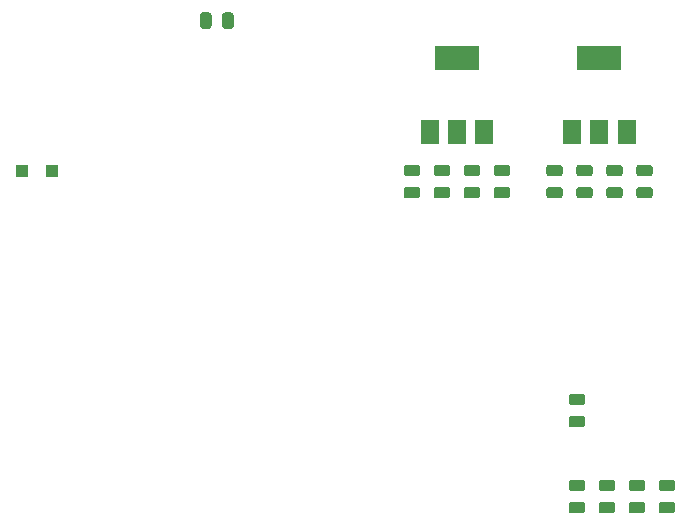
<source format=gbr>
%TF.GenerationSoftware,KiCad,Pcbnew,(5.1.6)-1*%
%TF.CreationDate,2021-07-30T14:46:14+05:30*%
%TF.ProjectId,StockPile_Final,53746f63-6b50-4696-9c65-5f46696e616c,rev?*%
%TF.SameCoordinates,Original*%
%TF.FileFunction,Paste,Bot*%
%TF.FilePolarity,Positive*%
%FSLAX46Y46*%
G04 Gerber Fmt 4.6, Leading zero omitted, Abs format (unit mm)*
G04 Created by KiCad (PCBNEW (5.1.6)-1) date 2021-07-30 14:46:14*
%MOMM*%
%LPD*%
G01*
G04 APERTURE LIST*
%ADD10R,1.000000X1.000000*%
%ADD11R,1.500000X2.000000*%
%ADD12R,3.800000X2.000000*%
G04 APERTURE END LIST*
%TO.C,C26*%
G36*
G01*
X151586250Y-93197500D02*
X150673750Y-93197500D01*
G75*
G02*
X150430000Y-92953750I0J243750D01*
G01*
X150430000Y-92466250D01*
G75*
G02*
X150673750Y-92222500I243750J0D01*
G01*
X151586250Y-92222500D01*
G75*
G02*
X151830000Y-92466250I0J-243750D01*
G01*
X151830000Y-92953750D01*
G75*
G02*
X151586250Y-93197500I-243750J0D01*
G01*
G37*
G36*
G01*
X151586250Y-95072500D02*
X150673750Y-95072500D01*
G75*
G02*
X150430000Y-94828750I0J243750D01*
G01*
X150430000Y-94341250D01*
G75*
G02*
X150673750Y-94097500I243750J0D01*
G01*
X151586250Y-94097500D01*
G75*
G02*
X151830000Y-94341250I0J-243750D01*
G01*
X151830000Y-94828750D01*
G75*
G02*
X151586250Y-95072500I-243750J0D01*
G01*
G37*
%TD*%
%TO.C,C25*%
G36*
G01*
X156666250Y-93197500D02*
X155753750Y-93197500D01*
G75*
G02*
X155510000Y-92953750I0J243750D01*
G01*
X155510000Y-92466250D01*
G75*
G02*
X155753750Y-92222500I243750J0D01*
G01*
X156666250Y-92222500D01*
G75*
G02*
X156910000Y-92466250I0J-243750D01*
G01*
X156910000Y-92953750D01*
G75*
G02*
X156666250Y-93197500I-243750J0D01*
G01*
G37*
G36*
G01*
X156666250Y-95072500D02*
X155753750Y-95072500D01*
G75*
G02*
X155510000Y-94828750I0J243750D01*
G01*
X155510000Y-94341250D01*
G75*
G02*
X155753750Y-94097500I243750J0D01*
G01*
X156666250Y-94097500D01*
G75*
G02*
X156910000Y-94341250I0J-243750D01*
G01*
X156910000Y-94828750D01*
G75*
G02*
X156666250Y-95072500I-243750J0D01*
G01*
G37*
%TD*%
%TO.C,C24*%
G36*
G01*
X159206250Y-93197500D02*
X158293750Y-93197500D01*
G75*
G02*
X158050000Y-92953750I0J243750D01*
G01*
X158050000Y-92466250D01*
G75*
G02*
X158293750Y-92222500I243750J0D01*
G01*
X159206250Y-92222500D01*
G75*
G02*
X159450000Y-92466250I0J-243750D01*
G01*
X159450000Y-92953750D01*
G75*
G02*
X159206250Y-93197500I-243750J0D01*
G01*
G37*
G36*
G01*
X159206250Y-95072500D02*
X158293750Y-95072500D01*
G75*
G02*
X158050000Y-94828750I0J243750D01*
G01*
X158050000Y-94341250D01*
G75*
G02*
X158293750Y-94097500I243750J0D01*
G01*
X159206250Y-94097500D01*
G75*
G02*
X159450000Y-94341250I0J-243750D01*
G01*
X159450000Y-94828750D01*
G75*
G02*
X159206250Y-95072500I-243750J0D01*
G01*
G37*
%TD*%
%TO.C,C23*%
G36*
G01*
X154126250Y-93197500D02*
X153213750Y-93197500D01*
G75*
G02*
X152970000Y-92953750I0J243750D01*
G01*
X152970000Y-92466250D01*
G75*
G02*
X153213750Y-92222500I243750J0D01*
G01*
X154126250Y-92222500D01*
G75*
G02*
X154370000Y-92466250I0J-243750D01*
G01*
X154370000Y-92953750D01*
G75*
G02*
X154126250Y-93197500I-243750J0D01*
G01*
G37*
G36*
G01*
X154126250Y-95072500D02*
X153213750Y-95072500D01*
G75*
G02*
X152970000Y-94828750I0J243750D01*
G01*
X152970000Y-94341250D01*
G75*
G02*
X153213750Y-94097500I243750J0D01*
G01*
X154126250Y-94097500D01*
G75*
G02*
X154370000Y-94341250I0J-243750D01*
G01*
X154370000Y-94828750D01*
G75*
G02*
X154126250Y-95072500I-243750J0D01*
G01*
G37*
%TD*%
%TO.C,C20*%
G36*
G01*
X150673750Y-86810000D02*
X151586250Y-86810000D01*
G75*
G02*
X151830000Y-87053750I0J-243750D01*
G01*
X151830000Y-87541250D01*
G75*
G02*
X151586250Y-87785000I-243750J0D01*
G01*
X150673750Y-87785000D01*
G75*
G02*
X150430000Y-87541250I0J243750D01*
G01*
X150430000Y-87053750D01*
G75*
G02*
X150673750Y-86810000I243750J0D01*
G01*
G37*
G36*
G01*
X150673750Y-84935000D02*
X151586250Y-84935000D01*
G75*
G02*
X151830000Y-85178750I0J-243750D01*
G01*
X151830000Y-85666250D01*
G75*
G02*
X151586250Y-85910000I-243750J0D01*
G01*
X150673750Y-85910000D01*
G75*
G02*
X150430000Y-85666250I0J243750D01*
G01*
X150430000Y-85178750D01*
G75*
G02*
X150673750Y-84935000I243750J0D01*
G01*
G37*
%TD*%
%TO.C,C14*%
G36*
G01*
X120200000Y-52883750D02*
X120200000Y-53796250D01*
G75*
G02*
X119956250Y-54040000I-243750J0D01*
G01*
X119468750Y-54040000D01*
G75*
G02*
X119225000Y-53796250I0J243750D01*
G01*
X119225000Y-52883750D01*
G75*
G02*
X119468750Y-52640000I243750J0D01*
G01*
X119956250Y-52640000D01*
G75*
G02*
X120200000Y-52883750I0J-243750D01*
G01*
G37*
G36*
G01*
X122075000Y-52883750D02*
X122075000Y-53796250D01*
G75*
G02*
X121831250Y-54040000I-243750J0D01*
G01*
X121343750Y-54040000D01*
G75*
G02*
X121100000Y-53796250I0J243750D01*
G01*
X121100000Y-52883750D01*
G75*
G02*
X121343750Y-52640000I243750J0D01*
G01*
X121831250Y-52640000D01*
G75*
G02*
X122075000Y-52883750I0J-243750D01*
G01*
G37*
%TD*%
D10*
%TO.C,D1*%
X106680000Y-66040000D03*
X104180000Y-66040000D03*
%TD*%
%TO.C,C8*%
G36*
G01*
X145236250Y-66527500D02*
X144323750Y-66527500D01*
G75*
G02*
X144080000Y-66283750I0J243750D01*
G01*
X144080000Y-65796250D01*
G75*
G02*
X144323750Y-65552500I243750J0D01*
G01*
X145236250Y-65552500D01*
G75*
G02*
X145480000Y-65796250I0J-243750D01*
G01*
X145480000Y-66283750D01*
G75*
G02*
X145236250Y-66527500I-243750J0D01*
G01*
G37*
G36*
G01*
X145236250Y-68402500D02*
X144323750Y-68402500D01*
G75*
G02*
X144080000Y-68158750I0J243750D01*
G01*
X144080000Y-67671250D01*
G75*
G02*
X144323750Y-67427500I243750J0D01*
G01*
X145236250Y-67427500D01*
G75*
G02*
X145480000Y-67671250I0J-243750D01*
G01*
X145480000Y-68158750D01*
G75*
G02*
X145236250Y-68402500I-243750J0D01*
G01*
G37*
%TD*%
%TO.C,C7*%
G36*
G01*
X157301250Y-66527500D02*
X156388750Y-66527500D01*
G75*
G02*
X156145000Y-66283750I0J243750D01*
G01*
X156145000Y-65796250D01*
G75*
G02*
X156388750Y-65552500I243750J0D01*
G01*
X157301250Y-65552500D01*
G75*
G02*
X157545000Y-65796250I0J-243750D01*
G01*
X157545000Y-66283750D01*
G75*
G02*
X157301250Y-66527500I-243750J0D01*
G01*
G37*
G36*
G01*
X157301250Y-68402500D02*
X156388750Y-68402500D01*
G75*
G02*
X156145000Y-68158750I0J243750D01*
G01*
X156145000Y-67671250D01*
G75*
G02*
X156388750Y-67427500I243750J0D01*
G01*
X157301250Y-67427500D01*
G75*
G02*
X157545000Y-67671250I0J-243750D01*
G01*
X157545000Y-68158750D01*
G75*
G02*
X157301250Y-68402500I-243750J0D01*
G01*
G37*
%TD*%
%TO.C,C6*%
G36*
G01*
X142696250Y-66527500D02*
X141783750Y-66527500D01*
G75*
G02*
X141540000Y-66283750I0J243750D01*
G01*
X141540000Y-65796250D01*
G75*
G02*
X141783750Y-65552500I243750J0D01*
G01*
X142696250Y-65552500D01*
G75*
G02*
X142940000Y-65796250I0J-243750D01*
G01*
X142940000Y-66283750D01*
G75*
G02*
X142696250Y-66527500I-243750J0D01*
G01*
G37*
G36*
G01*
X142696250Y-68402500D02*
X141783750Y-68402500D01*
G75*
G02*
X141540000Y-68158750I0J243750D01*
G01*
X141540000Y-67671250D01*
G75*
G02*
X141783750Y-67427500I243750J0D01*
G01*
X142696250Y-67427500D01*
G75*
G02*
X142940000Y-67671250I0J-243750D01*
G01*
X142940000Y-68158750D01*
G75*
G02*
X142696250Y-68402500I-243750J0D01*
G01*
G37*
%TD*%
%TO.C,C5*%
G36*
G01*
X154761250Y-66527500D02*
X153848750Y-66527500D01*
G75*
G02*
X153605000Y-66283750I0J243750D01*
G01*
X153605000Y-65796250D01*
G75*
G02*
X153848750Y-65552500I243750J0D01*
G01*
X154761250Y-65552500D01*
G75*
G02*
X155005000Y-65796250I0J-243750D01*
G01*
X155005000Y-66283750D01*
G75*
G02*
X154761250Y-66527500I-243750J0D01*
G01*
G37*
G36*
G01*
X154761250Y-68402500D02*
X153848750Y-68402500D01*
G75*
G02*
X153605000Y-68158750I0J243750D01*
G01*
X153605000Y-67671250D01*
G75*
G02*
X153848750Y-67427500I243750J0D01*
G01*
X154761250Y-67427500D01*
G75*
G02*
X155005000Y-67671250I0J-243750D01*
G01*
X155005000Y-68158750D01*
G75*
G02*
X154761250Y-68402500I-243750J0D01*
G01*
G37*
%TD*%
%TO.C,C4*%
G36*
G01*
X139243750Y-67427500D02*
X140156250Y-67427500D01*
G75*
G02*
X140400000Y-67671250I0J-243750D01*
G01*
X140400000Y-68158750D01*
G75*
G02*
X140156250Y-68402500I-243750J0D01*
G01*
X139243750Y-68402500D01*
G75*
G02*
X139000000Y-68158750I0J243750D01*
G01*
X139000000Y-67671250D01*
G75*
G02*
X139243750Y-67427500I243750J0D01*
G01*
G37*
G36*
G01*
X139243750Y-65552500D02*
X140156250Y-65552500D01*
G75*
G02*
X140400000Y-65796250I0J-243750D01*
G01*
X140400000Y-66283750D01*
G75*
G02*
X140156250Y-66527500I-243750J0D01*
G01*
X139243750Y-66527500D01*
G75*
G02*
X139000000Y-66283750I0J243750D01*
G01*
X139000000Y-65796250D01*
G75*
G02*
X139243750Y-65552500I243750J0D01*
G01*
G37*
%TD*%
%TO.C,C3*%
G36*
G01*
X151308750Y-67427500D02*
X152221250Y-67427500D01*
G75*
G02*
X152465000Y-67671250I0J-243750D01*
G01*
X152465000Y-68158750D01*
G75*
G02*
X152221250Y-68402500I-243750J0D01*
G01*
X151308750Y-68402500D01*
G75*
G02*
X151065000Y-68158750I0J243750D01*
G01*
X151065000Y-67671250D01*
G75*
G02*
X151308750Y-67427500I243750J0D01*
G01*
G37*
G36*
G01*
X151308750Y-65552500D02*
X152221250Y-65552500D01*
G75*
G02*
X152465000Y-65796250I0J-243750D01*
G01*
X152465000Y-66283750D01*
G75*
G02*
X152221250Y-66527500I-243750J0D01*
G01*
X151308750Y-66527500D01*
G75*
G02*
X151065000Y-66283750I0J243750D01*
G01*
X151065000Y-65796250D01*
G75*
G02*
X151308750Y-65552500I243750J0D01*
G01*
G37*
%TD*%
%TO.C,C2*%
G36*
G01*
X136703750Y-67427500D02*
X137616250Y-67427500D01*
G75*
G02*
X137860000Y-67671250I0J-243750D01*
G01*
X137860000Y-68158750D01*
G75*
G02*
X137616250Y-68402500I-243750J0D01*
G01*
X136703750Y-68402500D01*
G75*
G02*
X136460000Y-68158750I0J243750D01*
G01*
X136460000Y-67671250D01*
G75*
G02*
X136703750Y-67427500I243750J0D01*
G01*
G37*
G36*
G01*
X136703750Y-65552500D02*
X137616250Y-65552500D01*
G75*
G02*
X137860000Y-65796250I0J-243750D01*
G01*
X137860000Y-66283750D01*
G75*
G02*
X137616250Y-66527500I-243750J0D01*
G01*
X136703750Y-66527500D01*
G75*
G02*
X136460000Y-66283750I0J243750D01*
G01*
X136460000Y-65796250D01*
G75*
G02*
X136703750Y-65552500I243750J0D01*
G01*
G37*
%TD*%
%TO.C,C1*%
G36*
G01*
X148768750Y-67427500D02*
X149681250Y-67427500D01*
G75*
G02*
X149925000Y-67671250I0J-243750D01*
G01*
X149925000Y-68158750D01*
G75*
G02*
X149681250Y-68402500I-243750J0D01*
G01*
X148768750Y-68402500D01*
G75*
G02*
X148525000Y-68158750I0J243750D01*
G01*
X148525000Y-67671250D01*
G75*
G02*
X148768750Y-67427500I243750J0D01*
G01*
G37*
G36*
G01*
X148768750Y-65552500D02*
X149681250Y-65552500D01*
G75*
G02*
X149925000Y-65796250I0J-243750D01*
G01*
X149925000Y-66283750D01*
G75*
G02*
X149681250Y-66527500I-243750J0D01*
G01*
X148768750Y-66527500D01*
G75*
G02*
X148525000Y-66283750I0J243750D01*
G01*
X148525000Y-65796250D01*
G75*
G02*
X148768750Y-65552500I243750J0D01*
G01*
G37*
%TD*%
D11*
%TO.C,U3*%
X143270000Y-62815000D03*
X138670000Y-62815000D03*
X140970000Y-62815000D03*
D12*
X140970000Y-56515000D03*
%TD*%
D11*
%TO.C,U2*%
X155335000Y-62815000D03*
X150735000Y-62815000D03*
X153035000Y-62815000D03*
D12*
X153035000Y-56515000D03*
%TD*%
M02*

</source>
